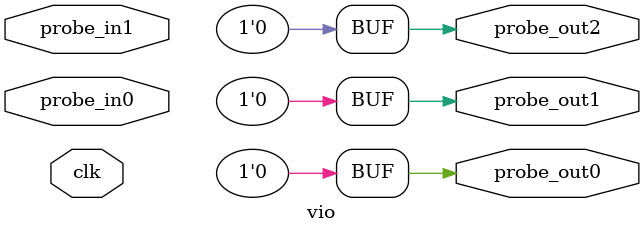
<source format=v>
`timescale 1ns / 1ps
module vio (
clk,
probe_in0,probe_in1,
probe_out0,
probe_out1,
probe_out2
);

input clk;
input [0 : 0] probe_in0;
input [2 : 0] probe_in1;

output reg [0 : 0] probe_out0 = 'h0 ;
output reg [0 : 0] probe_out1 = 'h0 ;
output reg [0 : 0] probe_out2 = 'h0 ;


endmodule

</source>
